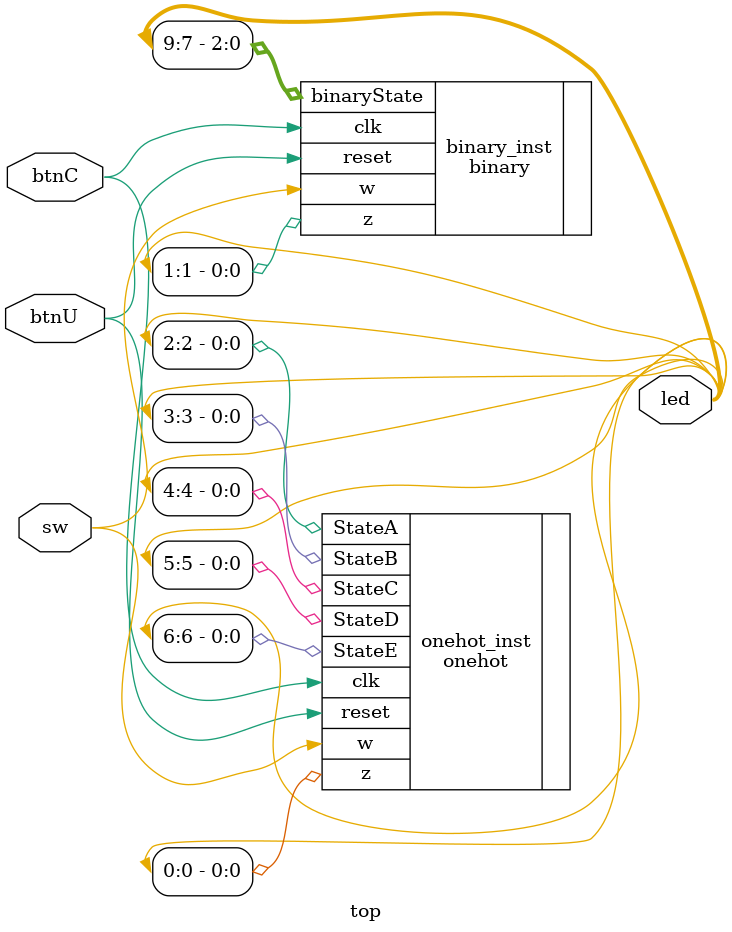
<source format=v>
module top(
    input sw, // w
    output [9:0] led, // see IO table
    input btnC, // clk
    input btnU // reset
);

    // Hook up binary and one-hot state machines
    onehot onehot_inst(
        .w(sw),
        .clk(btnC),
        .reset(btnU),
        .z(led[0]),
        .StateA(led[2]),
        .StateB(led[3]),
        .StateC(led[4]),
        .StateD(led[5]),
        .StateE(led[6])        
    );
    
    binary binary_inst(
        .w(sw),
        .clk(btnC),
        .reset(btnU),
        .z(led[1]),
        .binaryState(led[9:7])
    );

endmodule
</source>
